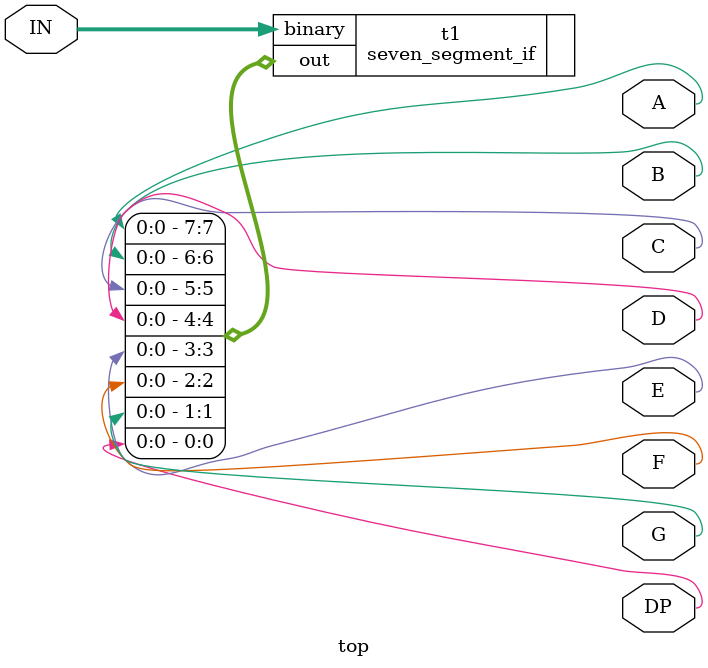
<source format=v>
`default_nettype none


module top(input wire[3:0] IN,
            output wire A,
            output wire B,
            output wire C,
            output wire D,
            output wire E,
            output wire F,
            output wire G,
            output wire DP);

seven_segment_if t1(
    .binary(IN),
    .out({A, B, C, D, E, F, G, DP})
);

endmodule

</source>
